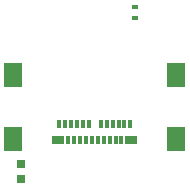
<source format=gtp>
G04*
G04 #@! TF.GenerationSoftware,Altium Limited,Altium Designer,22.7.1 (60)*
G04*
G04 Layer_Color=8421504*
%FSLAX44Y44*%
%MOMM*%
G71*
G04*
G04 #@! TF.SameCoordinates,97EA9571-4948-4CBB-981D-70F8AE3DB673*
G04*
G04*
G04 #@! TF.FilePolarity,Positive*
G04*
G01*
G75*
%ADD12R,0.5500X0.4500*%
%ADD13R,0.8000X0.8000*%
%ADD14R,1.5000X2.0000*%
%ADD15R,0.3000X0.7000*%
%ADD16R,1.0000X0.7000*%
D12*
X34250Y13000D02*
D03*
Y4000D02*
D03*
D13*
X-62500Y-120000D02*
D03*
Y-132500D02*
D03*
D14*
X-69000Y-44500D02*
D03*
Y-98500D02*
D03*
X69000D02*
D03*
Y-44500D02*
D03*
D15*
X22500Y-99500D02*
D03*
X17500D02*
D03*
X-30000Y-86500D02*
D03*
X-25000D02*
D03*
X-20000D02*
D03*
X-15000D02*
D03*
X-10000D02*
D03*
X-5000D02*
D03*
X5000D02*
D03*
X10000D02*
D03*
X15000D02*
D03*
X20000D02*
D03*
X25000Y-86500D02*
D03*
X30000Y-86500D02*
D03*
X12500Y-99500D02*
D03*
X7500D02*
D03*
X2500D02*
D03*
X-2500D02*
D03*
X-7500D02*
D03*
X-12500D02*
D03*
X-17500D02*
D03*
X-22500D02*
D03*
D16*
X31000D02*
D03*
X-31000D02*
D03*
M02*

</source>
